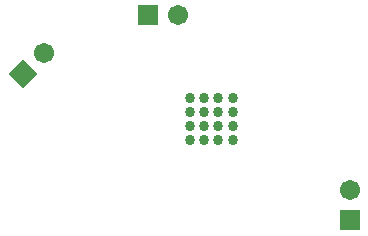
<source format=gbs>
G04 Layer_Color=16711935*
%FSLAX44Y44*%
%MOMM*%
G71*
G01*
G75*
%ADD96C,1.7032*%
%ADD97P,2.4087X4X90.0*%
%ADD98R,1.7032X1.7032*%
%ADD99R,1.7032X1.7032*%
%ADD100C,0.8632*%
D96*
X-99500Y126100D02*
D03*
X159100Y9700D02*
D03*
X13400Y158000D02*
D03*
D97*
X-117460Y108139D02*
D03*
D98*
X159100Y-15700D02*
D03*
D99*
X-12000Y158000D02*
D03*
D100*
X23950Y88000D02*
D03*
X35950D02*
D03*
X47950D02*
D03*
X59950D02*
D03*
X23950Y76000D02*
D03*
X35950D02*
D03*
X47950D02*
D03*
X59950D02*
D03*
X23950Y64000D02*
D03*
X35950D02*
D03*
X47950D02*
D03*
X59950D02*
D03*
X23950Y52000D02*
D03*
X35950D02*
D03*
X47950D02*
D03*
X59950D02*
D03*
M02*

</source>
